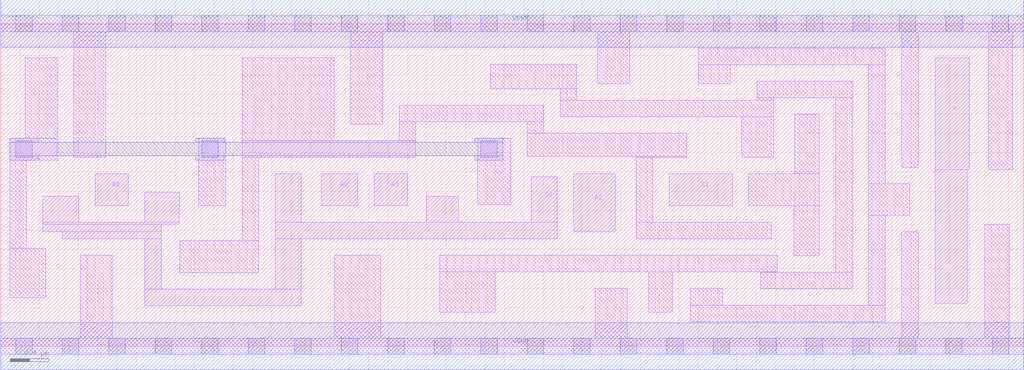
<source format=lef>
# Copyright 2020 The SkyWater PDK Authors
#
# Licensed under the Apache License, Version 2.0 (the "License");
# you may not use this file except in compliance with the License.
# You may obtain a copy of the License at
#
#     https://www.apache.org/licenses/LICENSE-2.0
#
# Unless required by applicable law or agreed to in writing, software
# distributed under the License is distributed on an "AS IS" BASIS,
# WITHOUT WARRANTIES OR CONDITIONS OF ANY KIND, either express or implied.
# See the License for the specific language governing permissions and
# limitations under the License.
#
# SPDX-License-Identifier: Apache-2.0

VERSION 5.7 ;
  NOWIREEXTENSIONATPIN ON ;
  DIVIDERCHAR "/" ;
  BUSBITCHARS "[]" ;
UNITS
  DATABASE MICRONS 200 ;
END UNITS
MACRO sky130_fd_sc_ls__mux4_2
  CLASS CORE ;
  FOREIGN sky130_fd_sc_ls__mux4_2 ;
  ORIGIN  0.000000  0.000000 ;
  SIZE  10.56000 BY  3.330000 ;
  SYMMETRY X Y ;
  SITE unit ;
  PIN A0
    ANTENNAGATEAREA  0.261000 ;
    DIRECTION INPUT ;
    USE SIGNAL ;
    PORT
      LAYER li1 ;
        RECT 3.315000 1.450000 3.685000 1.780000 ;
    END
  END A0
  PIN A1
    ANTENNAGATEAREA  0.261000 ;
    DIRECTION INPUT ;
    USE SIGNAL ;
    PORT
      LAYER li1 ;
        RECT 0.975000 1.450000 1.315000 1.780000 ;
    END
  END A1
  PIN A2
    ANTENNAGATEAREA  0.261000 ;
    DIRECTION INPUT ;
    USE SIGNAL ;
    PORT
      LAYER li1 ;
        RECT 5.915000 1.180000 6.345000 1.780000 ;
    END
  END A2
  PIN A3
    ANTENNAGATEAREA  0.261000 ;
    DIRECTION INPUT ;
    USE SIGNAL ;
    PORT
      LAYER li1 ;
        RECT 3.855000 1.450000 4.195000 1.780000 ;
    END
  END A3
  PIN S0
    ANTENNAGATEAREA  0.768000 ;
    DIRECTION INPUT ;
    USE SIGNAL ;
    PORT
      LAYER li1 ;
        RECT 0.435000 1.180000 1.655000 1.260000 ;
        RECT 0.435000 1.260000 1.845000 1.280000 ;
        RECT 0.435000 1.280000 0.805000 1.550000 ;
        RECT 0.635000 1.110000 1.655000 1.180000 ;
        RECT 1.485000 0.420000 3.105000 0.590000 ;
        RECT 1.485000 0.590000 1.655000 1.110000 ;
        RECT 1.485000 1.280000 1.845000 1.590000 ;
        RECT 2.835000 0.590000 3.105000 1.110000 ;
        RECT 2.835000 1.110000 5.745000 1.280000 ;
        RECT 2.835000 1.280000 3.105000 1.780000 ;
        RECT 4.395000 1.280000 4.725000 1.550000 ;
        RECT 5.475000 1.280000 5.745000 1.750000 ;
    END
  END S0
  PIN S1
    ANTENNAGATEAREA  0.507000 ;
    DIRECTION INPUT ;
    USE SIGNAL ;
    PORT
      LAYER li1 ;
        RECT 6.900000 1.450000 7.555000 1.780000 ;
    END
  END S1
  PIN X
    ANTENNADIFFAREA  0.543200 ;
    DIRECTION OUTPUT ;
    USE SIGNAL ;
    PORT
      LAYER li1 ;
        RECT 9.650000 0.440000  9.980000 1.820000 ;
        RECT 9.650000 1.820000 10.000000 2.980000 ;
    END
  END X
  PIN VGND
    DIRECTION INOUT ;
    SHAPE ABUTMENT ;
    USE GROUND ;
    PORT
      LAYER met1 ;
        RECT 0.000000 -0.245000 10.560000 0.245000 ;
    END
  END VGND
  PIN VPWR
    DIRECTION INOUT ;
    SHAPE ABUTMENT ;
    USE POWER ;
    PORT
      LAYER met1 ;
        RECT 0.000000 3.085000 10.560000 3.575000 ;
    END
  END VPWR
  OBS
    LAYER li1 ;
      RECT  0.000000 -0.085000 10.560000 0.085000 ;
      RECT  0.000000  3.245000 10.560000 3.415000 ;
      RECT  0.095000  0.500000  0.465000 1.010000 ;
      RECT  0.095000  1.010000  0.265000 1.920000 ;
      RECT  0.095000  1.920000  0.585000 2.150000 ;
      RECT  0.255000  2.150000  0.585000 2.980000 ;
      RECT  0.755000  1.950000  1.085000 3.245000 ;
      RECT  0.820000  0.085000  1.150000 0.940000 ;
      RECT  1.850000  0.760000  2.665000 1.090000 ;
      RECT  2.045000  1.450000  2.325000 2.150000 ;
      RECT  2.495000  1.090000  2.665000 1.950000 ;
      RECT  2.495000  1.950000  4.285000 2.120000 ;
      RECT  2.495000  2.120000  3.445000 2.980000 ;
      RECT  3.445000  0.085000  3.925000 0.940000 ;
      RECT  3.615000  2.290000  3.945000 3.245000 ;
      RECT  4.115000  2.120000  4.285000 2.320000 ;
      RECT  4.115000  2.320000  5.605000 2.490000 ;
      RECT  4.530000  0.350000  5.105000 0.770000 ;
      RECT  4.530000  0.770000  8.015000 0.940000 ;
      RECT  4.925000  1.460000  5.265000 2.150000 ;
      RECT  5.055000  2.660000  5.945000 2.910000 ;
      RECT  5.435000  1.960000  7.080000 2.200000 ;
      RECT  5.435000  2.200000  5.605000 2.320000 ;
      RECT  5.775000  2.370000  7.980000 2.540000 ;
      RECT  5.775000  2.540000  5.945000 2.660000 ;
      RECT  6.140000  0.085000  6.470000 0.600000 ;
      RECT  6.165000  2.710000  6.495000 3.245000 ;
      RECT  6.560000  1.110000  7.955000 1.280000 ;
      RECT  6.560000  1.280000  6.730000 1.950000 ;
      RECT  6.560000  1.950000  7.080000 1.960000 ;
      RECT  6.690000  0.350000  6.940000 0.770000 ;
      RECT  7.120000  0.255000  9.130000 0.425000 ;
      RECT  7.120000  0.425000  7.450000 0.600000 ;
      RECT  7.200000  2.710000  7.530000 2.905000 ;
      RECT  7.200000  2.905000  9.130000 3.075000 ;
      RECT  7.650000  1.950000  7.980000 2.370000 ;
      RECT  7.725000  1.450000  8.450000 1.780000 ;
      RECT  7.810000  2.540000  7.980000 2.565000 ;
      RECT  7.810000  2.565000  8.790000 2.735000 ;
      RECT  7.845000  0.595000  8.790000 0.765000 ;
      RECT  7.845000  0.765000  8.015000 0.770000 ;
      RECT  8.185000  0.935000  8.450000 1.450000 ;
      RECT  8.200000  1.780000  8.450000 2.395000 ;
      RECT  8.620000  0.765000  8.790000 2.565000 ;
      RECT  8.960000  0.425000  9.130000 1.350000 ;
      RECT  8.960000  1.350000  9.385000 1.680000 ;
      RECT  8.960000  1.680000  9.130000 2.905000 ;
      RECT  9.300000  0.085000  9.470000 1.180000 ;
      RECT  9.300000  1.850000  9.470000 3.245000 ;
      RECT 10.160000  0.085000 10.410000 1.260000 ;
      RECT 10.200000  1.820000 10.450000 3.245000 ;
    LAYER mcon ;
      RECT  0.155000 -0.085000  0.325000 0.085000 ;
      RECT  0.155000  1.950000  0.325000 2.120000 ;
      RECT  0.155000  3.245000  0.325000 3.415000 ;
      RECT  0.635000 -0.085000  0.805000 0.085000 ;
      RECT  0.635000  3.245000  0.805000 3.415000 ;
      RECT  1.115000 -0.085000  1.285000 0.085000 ;
      RECT  1.115000  3.245000  1.285000 3.415000 ;
      RECT  1.595000 -0.085000  1.765000 0.085000 ;
      RECT  1.595000  3.245000  1.765000 3.415000 ;
      RECT  2.075000 -0.085000  2.245000 0.085000 ;
      RECT  2.075000  1.950000  2.245000 2.120000 ;
      RECT  2.075000  3.245000  2.245000 3.415000 ;
      RECT  2.555000 -0.085000  2.725000 0.085000 ;
      RECT  2.555000  3.245000  2.725000 3.415000 ;
      RECT  3.035000 -0.085000  3.205000 0.085000 ;
      RECT  3.035000  3.245000  3.205000 3.415000 ;
      RECT  3.515000 -0.085000  3.685000 0.085000 ;
      RECT  3.515000  3.245000  3.685000 3.415000 ;
      RECT  3.995000 -0.085000  4.165000 0.085000 ;
      RECT  3.995000  3.245000  4.165000 3.415000 ;
      RECT  4.475000 -0.085000  4.645000 0.085000 ;
      RECT  4.475000  3.245000  4.645000 3.415000 ;
      RECT  4.955000 -0.085000  5.125000 0.085000 ;
      RECT  4.955000  1.950000  5.125000 2.120000 ;
      RECT  4.955000  3.245000  5.125000 3.415000 ;
      RECT  5.435000 -0.085000  5.605000 0.085000 ;
      RECT  5.435000  3.245000  5.605000 3.415000 ;
      RECT  5.915000 -0.085000  6.085000 0.085000 ;
      RECT  5.915000  3.245000  6.085000 3.415000 ;
      RECT  6.395000 -0.085000  6.565000 0.085000 ;
      RECT  6.395000  3.245000  6.565000 3.415000 ;
      RECT  6.875000 -0.085000  7.045000 0.085000 ;
      RECT  6.875000  3.245000  7.045000 3.415000 ;
      RECT  7.355000 -0.085000  7.525000 0.085000 ;
      RECT  7.355000  3.245000  7.525000 3.415000 ;
      RECT  7.835000 -0.085000  8.005000 0.085000 ;
      RECT  7.835000  3.245000  8.005000 3.415000 ;
      RECT  8.315000 -0.085000  8.485000 0.085000 ;
      RECT  8.315000  3.245000  8.485000 3.415000 ;
      RECT  8.795000 -0.085000  8.965000 0.085000 ;
      RECT  8.795000  3.245000  8.965000 3.415000 ;
      RECT  9.275000 -0.085000  9.445000 0.085000 ;
      RECT  9.275000  3.245000  9.445000 3.415000 ;
      RECT  9.755000 -0.085000  9.925000 0.085000 ;
      RECT  9.755000  3.245000  9.925000 3.415000 ;
      RECT 10.235000 -0.085000 10.405000 0.085000 ;
      RECT 10.235000  3.245000 10.405000 3.415000 ;
    LAYER met1 ;
      RECT 0.095000 1.920000 0.385000 1.965000 ;
      RECT 0.095000 1.965000 5.185000 2.105000 ;
      RECT 0.095000 2.105000 0.385000 2.150000 ;
      RECT 2.015000 1.920000 2.305000 1.965000 ;
      RECT 2.015000 2.105000 2.305000 2.150000 ;
      RECT 4.895000 1.920000 5.185000 1.965000 ;
      RECT 4.895000 2.105000 5.185000 2.150000 ;
  END
END sky130_fd_sc_ls__mux4_2
END LIBRARY

</source>
